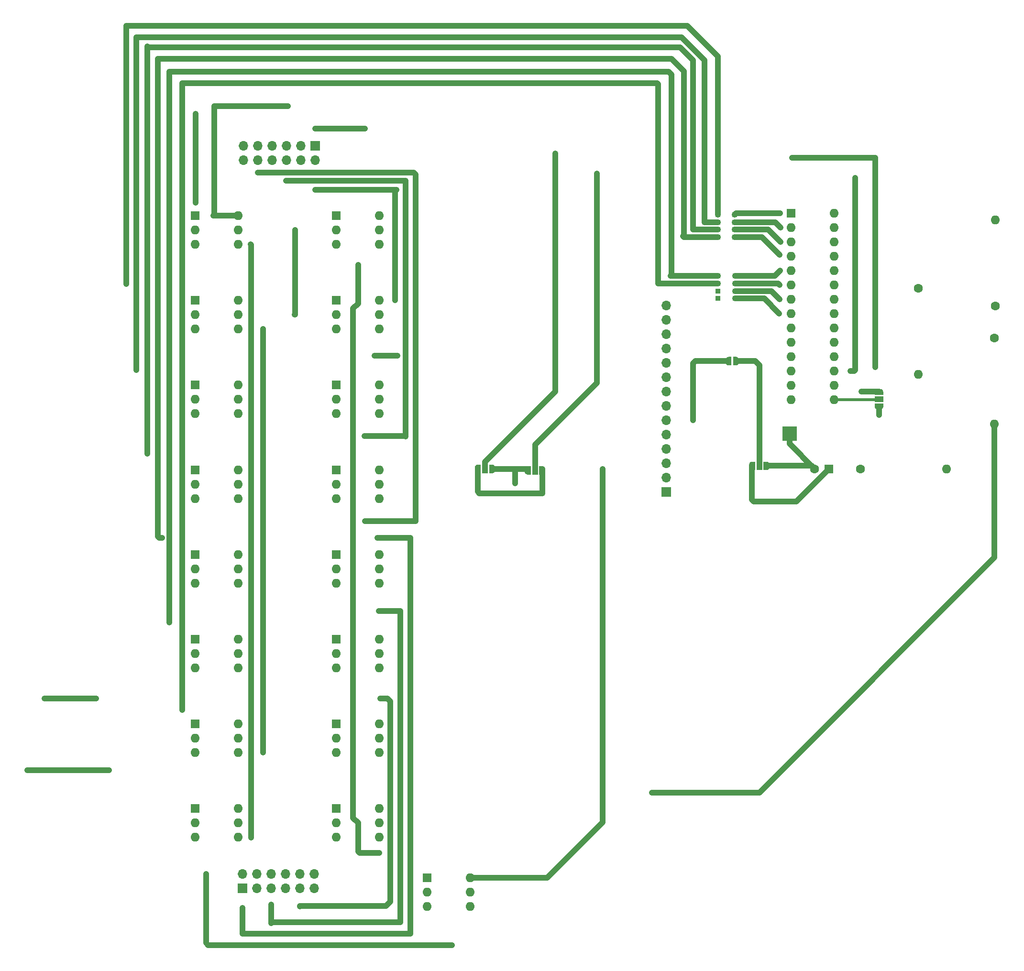
<source format=gbr>
%TF.GenerationSoftware,KiCad,Pcbnew,(5.1.9-0-10_14)*%
%TF.CreationDate,2021-02-25T13:43:07+00:00*%
%TF.ProjectId,Solar_Multiplexer,536f6c61-725f-44d7-956c-7469706c6578,rev?*%
%TF.SameCoordinates,Original*%
%TF.FileFunction,Copper,L1,Top*%
%TF.FilePolarity,Positive*%
%FSLAX46Y46*%
G04 Gerber Fmt 4.6, Leading zero omitted, Abs format (unit mm)*
G04 Created by KiCad (PCBNEW (5.1.9-0-10_14)) date 2021-02-25 13:43:07*
%MOMM*%
%LPD*%
G01*
G04 APERTURE LIST*
%TA.AperFunction,ComponentPad*%
%ADD10O,1.600000X1.600000*%
%TD*%
%TA.AperFunction,ComponentPad*%
%ADD11R,1.600000X1.600000*%
%TD*%
%TA.AperFunction,SMDPad,CuDef*%
%ADD12R,2.500000X2.500000*%
%TD*%
%TA.AperFunction,SMDPad,CuDef*%
%ADD13R,0.900000X0.900000*%
%TD*%
%TA.AperFunction,ComponentPad*%
%ADD14C,1.600000*%
%TD*%
%TA.AperFunction,SMDPad,CuDef*%
%ADD15R,1.000000X1.500000*%
%TD*%
%TA.AperFunction,SMDPad,CuDef*%
%ADD16C,0.200000*%
%TD*%
%TA.AperFunction,SMDPad,CuDef*%
%ADD17R,1.500000X1.000000*%
%TD*%
%TA.AperFunction,ComponentPad*%
%ADD18O,1.700000X1.700000*%
%TD*%
%TA.AperFunction,ComponentPad*%
%ADD19R,1.700000X1.700000*%
%TD*%
%TA.AperFunction,ViaPad*%
%ADD20C,0.800000*%
%TD*%
%TA.AperFunction,Conductor*%
%ADD21C,1.000000*%
%TD*%
%TA.AperFunction,Conductor*%
%ADD22C,0.500000*%
%TD*%
G04 APERTURE END LIST*
D10*
%TO.P,U10,6*%
%TO.N,/VB*%
X-292380000Y-225000000D03*
%TO.P,U10,3*%
%TO.N,Net-(U10-Pad3)*%
X-300000000Y-230080000D03*
%TO.P,U10,5*%
%TO.N,Net-(U10-Pad5)*%
X-292380000Y-227540000D03*
%TO.P,U10,2*%
%TO.N,GND*%
X-300000000Y-227540000D03*
%TO.P,U10,4*%
%TO.N,V-*%
X-292380000Y-230080000D03*
D11*
%TO.P,U10,1*%
%TO.N,/BOT*%
X-300000000Y-225000000D03*
%TD*%
D10*
%TO.P,U22,28*%
%TO.N,Net-(U22-Pad28)*%
X-186870000Y-119550000D03*
%TO.P,U22,14*%
%TO.N,MISO*%
X-194490000Y-152570000D03*
%TO.P,U22,27*%
%TO.N,Net-(U22-Pad27)*%
X-186870000Y-122090000D03*
%TO.P,U22,13*%
%TO.N,MOSI*%
X-194490000Y-150030000D03*
%TO.P,U22,26*%
%TO.N,Net-(U22-Pad26)*%
X-186870000Y-124630000D03*
%TO.P,U22,12*%
%TO.N,SCK*%
X-194490000Y-147490000D03*
%TO.P,U22,25*%
%TO.N,Net-(U22-Pad25)*%
X-186870000Y-127170000D03*
%TO.P,U22,11*%
%TO.N,~CS*%
X-194490000Y-144950000D03*
%TO.P,U22,24*%
%TO.N,Net-(U22-Pad24)*%
X-186870000Y-129710000D03*
%TO.P,U22,10*%
%TO.N,GND*%
X-194490000Y-142410000D03*
%TO.P,U22,23*%
%TO.N,Net-(R4-Pad1)*%
X-186870000Y-132250000D03*
%TO.P,U22,9*%
%TO.N,+5V*%
X-194490000Y-139870000D03*
%TO.P,U22,22*%
%TO.N,Net-(R2-Pad1)*%
X-186870000Y-134790000D03*
%TO.P,U22,8*%
%TO.N,Net-(RN1-Pad5)*%
X-194490000Y-137330000D03*
%TO.P,U22,21*%
%TO.N,Net-(R1-Pad1)*%
X-186870000Y-137330000D03*
%TO.P,U22,7*%
%TO.N,Net-(RN1-Pad6)*%
X-194490000Y-134790000D03*
%TO.P,U22,20*%
%TO.N,Net-(U22-Pad20)*%
X-186870000Y-139870000D03*
%TO.P,U22,6*%
%TO.N,Net-(RN1-Pad7)*%
X-194490000Y-132250000D03*
%TO.P,U22,19*%
%TO.N,Net-(U22-Pad19)*%
X-186870000Y-142410000D03*
%TO.P,U22,5*%
%TO.N,Net-(RN1-Pad8)*%
X-194490000Y-129710000D03*
%TO.P,U22,18*%
%TO.N,Net-(R3-Pad2)*%
X-186870000Y-144950000D03*
%TO.P,U22,4*%
%TO.N,Net-(RN4-Pad1)*%
X-194490000Y-127170000D03*
%TO.P,U22,17*%
%TO.N,A2*%
X-186870000Y-147490000D03*
%TO.P,U22,3*%
%TO.N,Net-(RN4-Pad2)*%
X-194490000Y-124630000D03*
%TO.P,U22,16*%
%TO.N,A1*%
X-186870000Y-150030000D03*
%TO.P,U22,2*%
%TO.N,Net-(RN4-Pad3)*%
X-194490000Y-122090000D03*
%TO.P,U22,15*%
%TO.N,A0*%
X-186870000Y-152570000D03*
D11*
%TO.P,U22,1*%
%TO.N,Net-(RN4-Pad4)*%
X-194490000Y-119550000D03*
%TD*%
D10*
%TO.P,U21,6*%
%TO.N,V_D*%
X-251290000Y-237300000D03*
%TO.P,U21,3*%
%TO.N,Net-(U21-Pad3)*%
X-258910000Y-242380000D03*
%TO.P,U21,5*%
%TO.N,/RSense*%
X-251290000Y-239840000D03*
%TO.P,U21,2*%
%TO.N,GND*%
X-258910000Y-239840000D03*
%TO.P,U21,4*%
%TO.N,Net-(U21-Pad4)*%
X-251290000Y-242380000D03*
D11*
%TO.P,U21,1*%
%TO.N,/V_D_EN*%
X-258910000Y-237300000D03*
%TD*%
D10*
%TO.P,U20,6*%
%TO.N,/IB*%
X-267380000Y-225000000D03*
%TO.P,U20,3*%
%TO.N,Net-(U20-Pad3)*%
X-275000000Y-230080000D03*
%TO.P,U20,5*%
%TO.N,Net-(U20-Pad5)*%
X-267380000Y-227540000D03*
%TO.P,U20,2*%
%TO.N,GND*%
X-275000000Y-227540000D03*
%TO.P,U20,4*%
%TO.N,I-*%
X-267380000Y-230080000D03*
D11*
%TO.P,U20,1*%
%TO.N,/BOT*%
X-275000000Y-225000000D03*
%TD*%
D10*
%TO.P,U17,6*%
%TO.N,/I6*%
X-267380000Y-210000000D03*
%TO.P,U17,3*%
%TO.N,Net-(U17-Pad3)*%
X-275000000Y-215080000D03*
%TO.P,U17,5*%
%TO.N,Net-(U17-Pad5)*%
X-267380000Y-212540000D03*
%TO.P,U17,2*%
%TO.N,GND*%
X-275000000Y-212540000D03*
%TO.P,U17,4*%
%TO.N,I+*%
X-267380000Y-215080000D03*
D11*
%TO.P,U17,1*%
%TO.N,/P6*%
X-275000000Y-210000000D03*
%TD*%
D10*
%TO.P,U16,6*%
%TO.N,/I5*%
X-267380000Y-195000000D03*
%TO.P,U16,3*%
%TO.N,Net-(U16-Pad3)*%
X-275000000Y-200080000D03*
%TO.P,U16,5*%
%TO.N,Net-(U16-Pad5)*%
X-267380000Y-197540000D03*
%TO.P,U16,2*%
%TO.N,GND*%
X-275000000Y-197540000D03*
%TO.P,U16,4*%
%TO.N,I+*%
X-267380000Y-200080000D03*
D11*
%TO.P,U16,1*%
%TO.N,/P5*%
X-275000000Y-195000000D03*
%TD*%
D10*
%TO.P,U15,6*%
%TO.N,/I4*%
X-267380000Y-180000000D03*
%TO.P,U15,3*%
%TO.N,Net-(U15-Pad3)*%
X-275000000Y-185080000D03*
%TO.P,U15,5*%
%TO.N,Net-(U15-Pad5)*%
X-267380000Y-182540000D03*
%TO.P,U15,2*%
%TO.N,GND*%
X-275000000Y-182540000D03*
%TO.P,U15,4*%
%TO.N,I+*%
X-267380000Y-185080000D03*
D11*
%TO.P,U15,1*%
%TO.N,/P4*%
X-275000000Y-180000000D03*
%TD*%
D10*
%TO.P,U14,6*%
%TO.N,/I3*%
X-267380000Y-165000000D03*
%TO.P,U14,3*%
%TO.N,Net-(U14-Pad3)*%
X-275000000Y-170080000D03*
%TO.P,U14,5*%
%TO.N,Net-(U14-Pad5)*%
X-267380000Y-167540000D03*
%TO.P,U14,2*%
%TO.N,GND*%
X-275000000Y-167540000D03*
%TO.P,U14,4*%
%TO.N,I+*%
X-267380000Y-170080000D03*
D11*
%TO.P,U14,1*%
%TO.N,/P3*%
X-275000000Y-165000000D03*
%TD*%
D10*
%TO.P,U13,6*%
%TO.N,/I2*%
X-267380000Y-150000000D03*
%TO.P,U13,3*%
%TO.N,Net-(U13-Pad3)*%
X-275000000Y-155080000D03*
%TO.P,U13,5*%
%TO.N,Net-(U13-Pad5)*%
X-267380000Y-152540000D03*
%TO.P,U13,2*%
%TO.N,GND*%
X-275000000Y-152540000D03*
%TO.P,U13,4*%
%TO.N,I+*%
X-267380000Y-155080000D03*
D11*
%TO.P,U13,1*%
%TO.N,/P2*%
X-275000000Y-150000000D03*
%TD*%
D10*
%TO.P,U12,6*%
%TO.N,/I1*%
X-267380000Y-135000000D03*
%TO.P,U12,3*%
%TO.N,Net-(U12-Pad3)*%
X-275000000Y-140080000D03*
%TO.P,U12,5*%
%TO.N,Net-(U12-Pad5)*%
X-267380000Y-137540000D03*
%TO.P,U12,2*%
%TO.N,GND*%
X-275000000Y-137540000D03*
%TO.P,U12,4*%
%TO.N,I+*%
X-267380000Y-140080000D03*
D11*
%TO.P,U12,1*%
%TO.N,/P1*%
X-275000000Y-135000000D03*
%TD*%
D10*
%TO.P,U11,6*%
%TO.N,/IT*%
X-267380000Y-120000000D03*
%TO.P,U11,3*%
%TO.N,Net-(U11-Pad3)*%
X-275000000Y-125080000D03*
%TO.P,U11,5*%
%TO.N,Net-(U11-Pad5)*%
X-267380000Y-122540000D03*
%TO.P,U11,2*%
%TO.N,GND*%
X-275000000Y-122540000D03*
%TO.P,U11,4*%
%TO.N,I-*%
X-267380000Y-125080000D03*
D11*
%TO.P,U11,1*%
%TO.N,/TOP*%
X-275000000Y-120000000D03*
%TD*%
D10*
%TO.P,U7,6*%
%TO.N,/V6*%
X-292380000Y-210000000D03*
%TO.P,U7,3*%
%TO.N,Net-(U7-Pad3)*%
X-300000000Y-215080000D03*
%TO.P,U7,5*%
%TO.N,Net-(U7-Pad5)*%
X-292380000Y-212540000D03*
%TO.P,U7,2*%
%TO.N,GND*%
X-300000000Y-212540000D03*
%TO.P,U7,4*%
%TO.N,V+*%
X-292380000Y-215080000D03*
D11*
%TO.P,U7,1*%
%TO.N,/P6*%
X-300000000Y-210000000D03*
%TD*%
D10*
%TO.P,U6,6*%
%TO.N,/V5*%
X-292380000Y-195000000D03*
%TO.P,U6,3*%
%TO.N,Net-(U6-Pad3)*%
X-300000000Y-200080000D03*
%TO.P,U6,5*%
%TO.N,Net-(U6-Pad5)*%
X-292380000Y-197540000D03*
%TO.P,U6,2*%
%TO.N,GND*%
X-300000000Y-197540000D03*
%TO.P,U6,4*%
%TO.N,V+*%
X-292380000Y-200080000D03*
D11*
%TO.P,U6,1*%
%TO.N,/P5*%
X-300000000Y-195000000D03*
%TD*%
D10*
%TO.P,U5,6*%
%TO.N,/V4*%
X-292380000Y-180000000D03*
%TO.P,U5,3*%
%TO.N,Net-(U5-Pad3)*%
X-300000000Y-185080000D03*
%TO.P,U5,5*%
%TO.N,Net-(U5-Pad5)*%
X-292380000Y-182540000D03*
%TO.P,U5,2*%
%TO.N,GND*%
X-300000000Y-182540000D03*
%TO.P,U5,4*%
%TO.N,V+*%
X-292380000Y-185080000D03*
D11*
%TO.P,U5,1*%
%TO.N,/P4*%
X-300000000Y-180000000D03*
%TD*%
D10*
%TO.P,U4,6*%
%TO.N,/V3*%
X-292380000Y-165000000D03*
%TO.P,U4,3*%
%TO.N,Net-(U4-Pad3)*%
X-300000000Y-170080000D03*
%TO.P,U4,5*%
%TO.N,Net-(U4-Pad5)*%
X-292380000Y-167540000D03*
%TO.P,U4,2*%
%TO.N,GND*%
X-300000000Y-167540000D03*
%TO.P,U4,4*%
%TO.N,V+*%
X-292380000Y-170080000D03*
D11*
%TO.P,U4,1*%
%TO.N,/P3*%
X-300000000Y-165000000D03*
%TD*%
D10*
%TO.P,U3,6*%
%TO.N,/V2*%
X-292380000Y-150000000D03*
%TO.P,U3,3*%
%TO.N,Net-(U3-Pad3)*%
X-300000000Y-155080000D03*
%TO.P,U3,5*%
%TO.N,Net-(U3-Pad5)*%
X-292380000Y-152540000D03*
%TO.P,U3,2*%
%TO.N,GND*%
X-300000000Y-152540000D03*
%TO.P,U3,4*%
%TO.N,V+*%
X-292380000Y-155080000D03*
D11*
%TO.P,U3,1*%
%TO.N,/P2*%
X-300000000Y-150000000D03*
%TD*%
D10*
%TO.P,U2,6*%
%TO.N,/V1*%
X-292380000Y-135000000D03*
%TO.P,U2,3*%
%TO.N,Net-(U2-Pad3)*%
X-300000000Y-140080000D03*
%TO.P,U2,5*%
%TO.N,Net-(U2-Pad5)*%
X-292380000Y-137540000D03*
%TO.P,U2,2*%
%TO.N,GND*%
X-300000000Y-137540000D03*
%TO.P,U2,4*%
%TO.N,V+*%
X-292380000Y-140080000D03*
D11*
%TO.P,U2,1*%
%TO.N,/P1*%
X-300000000Y-135000000D03*
%TD*%
D10*
%TO.P,U1,6*%
%TO.N,/VT*%
X-292380000Y-120000000D03*
%TO.P,U1,3*%
%TO.N,Net-(U1-Pad3)*%
X-300000000Y-125080000D03*
%TO.P,U1,5*%
%TO.N,Net-(U1-Pad5)*%
X-292380000Y-122540000D03*
%TO.P,U1,2*%
%TO.N,GND*%
X-300000000Y-122540000D03*
%TO.P,U1,4*%
%TO.N,V-*%
X-292380000Y-125080000D03*
D11*
%TO.P,U1,1*%
%TO.N,/TOP*%
X-300000000Y-120000000D03*
%TD*%
D12*
%TO.P,TP1,1*%
%TO.N,GND*%
X-194740000Y-158580000D03*
%TD*%
D13*
%TO.P,RN4,6*%
%TO.N,/P2*%
X-207450000Y-121140000D03*
%TO.P,RN4,5*%
%TO.N,/P1*%
X-207450000Y-119800000D03*
%TO.P,RN4,8*%
%TO.N,/P4*%
X-207450000Y-123800000D03*
%TO.P,RN4,7*%
%TO.N,/P3*%
X-207450000Y-122460000D03*
%TO.P,RN4,3*%
%TO.N,Net-(RN4-Pad3)*%
X-204450000Y-121140000D03*
%TO.P,RN4,2*%
%TO.N,Net-(RN4-Pad2)*%
X-204450000Y-122460000D03*
%TO.P,RN4,4*%
%TO.N,Net-(RN4-Pad4)*%
X-204450000Y-119800000D03*
%TO.P,RN4,1*%
%TO.N,Net-(RN4-Pad1)*%
X-204450000Y-123800000D03*
%TD*%
%TO.P,RN1,6*%
%TO.N,Net-(RN1-Pad6)*%
X-204410000Y-133340000D03*
%TO.P,RN1,5*%
%TO.N,Net-(RN1-Pad5)*%
X-204410000Y-134680000D03*
%TO.P,RN1,8*%
%TO.N,Net-(RN1-Pad8)*%
X-204410000Y-130680000D03*
%TO.P,RN1,7*%
%TO.N,Net-(RN1-Pad7)*%
X-204410000Y-132020000D03*
%TO.P,RN1,3*%
%TO.N,Net-(RN1-Pad3)*%
X-207410000Y-133340000D03*
%TO.P,RN1,2*%
%TO.N,/P6*%
X-207410000Y-132020000D03*
%TO.P,RN1,4*%
%TO.N,Net-(RN1-Pad4)*%
X-207410000Y-134680000D03*
%TO.P,RN1,1*%
%TO.N,/P5*%
X-207410000Y-130680000D03*
%TD*%
D10*
%TO.P,R4,2*%
%TO.N,/V_D_EN*%
X-171958000Y-148082000D03*
D14*
%TO.P,R4,1*%
%TO.N,Net-(R4-Pad1)*%
X-171958000Y-132842000D03*
%TD*%
D10*
%TO.P,R3,2*%
%TO.N,Net-(R3-Pad2)*%
X-166980000Y-164890000D03*
D14*
%TO.P,R3,1*%
%TO.N,+5V*%
X-182220000Y-164890000D03*
%TD*%
D10*
%TO.P,R2,2*%
%TO.N,/BOT*%
X-158460000Y-156870000D03*
D14*
%TO.P,R2,1*%
%TO.N,Net-(R2-Pad1)*%
X-158460000Y-141630000D03*
%TD*%
D10*
%TO.P,R1,2*%
%TO.N,/TOP*%
X-158320000Y-120730000D03*
D14*
%TO.P,R1,1*%
%TO.N,Net-(R1-Pad1)*%
X-158320000Y-135970000D03*
%TD*%
D15*
%TO.P,JP5,2*%
%TO.N,~CS*%
X-200090000Y-164310000D03*
%TA.AperFunction,SMDPad,CuDef*%
D16*
%TO.P,JP5,3*%
%TO.N,GND*%
G36*
X-198790000Y-163560602D02*
G01*
X-198765466Y-163560602D01*
X-198716635Y-163565412D01*
X-198668510Y-163574984D01*
X-198621555Y-163589228D01*
X-198576222Y-163608005D01*
X-198532949Y-163631136D01*
X-198492150Y-163658396D01*
X-198454221Y-163689524D01*
X-198419524Y-163724221D01*
X-198388396Y-163762150D01*
X-198361136Y-163802949D01*
X-198338005Y-163846222D01*
X-198319228Y-163891555D01*
X-198304984Y-163938510D01*
X-198295412Y-163986635D01*
X-198290602Y-164035466D01*
X-198290602Y-164060000D01*
X-198290000Y-164060000D01*
X-198290000Y-164560000D01*
X-198290602Y-164560000D01*
X-198290602Y-164584534D01*
X-198295412Y-164633365D01*
X-198304984Y-164681490D01*
X-198319228Y-164728445D01*
X-198338005Y-164773778D01*
X-198361136Y-164817051D01*
X-198388396Y-164857850D01*
X-198419524Y-164895779D01*
X-198454221Y-164930476D01*
X-198492150Y-164961604D01*
X-198532949Y-164988864D01*
X-198576222Y-165011995D01*
X-198621555Y-165030772D01*
X-198668510Y-165045016D01*
X-198716635Y-165054588D01*
X-198765466Y-165059398D01*
X-198790000Y-165059398D01*
X-198790000Y-165060000D01*
X-199340000Y-165060000D01*
X-199340000Y-163560000D01*
X-198790000Y-163560000D01*
X-198790000Y-163560602D01*
G37*
%TD.AperFunction*%
%TA.AperFunction,SMDPad,CuDef*%
%TO.P,JP5,1*%
%TO.N,+5V*%
G36*
X-200840000Y-165060000D02*
G01*
X-201390000Y-165060000D01*
X-201390000Y-165059398D01*
X-201414534Y-165059398D01*
X-201463365Y-165054588D01*
X-201511490Y-165045016D01*
X-201558445Y-165030772D01*
X-201603778Y-165011995D01*
X-201647051Y-164988864D01*
X-201687850Y-164961604D01*
X-201725779Y-164930476D01*
X-201760476Y-164895779D01*
X-201791604Y-164857850D01*
X-201818864Y-164817051D01*
X-201841995Y-164773778D01*
X-201860772Y-164728445D01*
X-201875016Y-164681490D01*
X-201884588Y-164633365D01*
X-201889398Y-164584534D01*
X-201889398Y-164560000D01*
X-201890000Y-164560000D01*
X-201890000Y-164060000D01*
X-201889398Y-164060000D01*
X-201889398Y-164035466D01*
X-201884588Y-163986635D01*
X-201875016Y-163938510D01*
X-201860772Y-163891555D01*
X-201841995Y-163846222D01*
X-201818864Y-163802949D01*
X-201791604Y-163762150D01*
X-201760476Y-163724221D01*
X-201725779Y-163689524D01*
X-201687850Y-163658396D01*
X-201647051Y-163631136D01*
X-201603778Y-163608005D01*
X-201558445Y-163589228D01*
X-201511490Y-163574984D01*
X-201463365Y-163565412D01*
X-201414534Y-163560602D01*
X-201390000Y-163560602D01*
X-201390000Y-163560000D01*
X-200840000Y-163560000D01*
X-200840000Y-165060000D01*
G37*
%TD.AperFunction*%
%TD*%
D15*
%TO.P,JP4,2*%
%TO.N,A2*%
X-248666000Y-164846000D03*
%TA.AperFunction,SMDPad,CuDef*%
D16*
%TO.P,JP4,3*%
%TO.N,GND*%
G36*
X-249966000Y-165595398D02*
G01*
X-249990534Y-165595398D01*
X-250039365Y-165590588D01*
X-250087490Y-165581016D01*
X-250134445Y-165566772D01*
X-250179778Y-165547995D01*
X-250223051Y-165524864D01*
X-250263850Y-165497604D01*
X-250301779Y-165466476D01*
X-250336476Y-165431779D01*
X-250367604Y-165393850D01*
X-250394864Y-165353051D01*
X-250417995Y-165309778D01*
X-250436772Y-165264445D01*
X-250451016Y-165217490D01*
X-250460588Y-165169365D01*
X-250465398Y-165120534D01*
X-250465398Y-165096000D01*
X-250466000Y-165096000D01*
X-250466000Y-164596000D01*
X-250465398Y-164596000D01*
X-250465398Y-164571466D01*
X-250460588Y-164522635D01*
X-250451016Y-164474510D01*
X-250436772Y-164427555D01*
X-250417995Y-164382222D01*
X-250394864Y-164338949D01*
X-250367604Y-164298150D01*
X-250336476Y-164260221D01*
X-250301779Y-164225524D01*
X-250263850Y-164194396D01*
X-250223051Y-164167136D01*
X-250179778Y-164144005D01*
X-250134445Y-164125228D01*
X-250087490Y-164110984D01*
X-250039365Y-164101412D01*
X-249990534Y-164096602D01*
X-249966000Y-164096602D01*
X-249966000Y-164096000D01*
X-249416000Y-164096000D01*
X-249416000Y-165596000D01*
X-249966000Y-165596000D01*
X-249966000Y-165595398D01*
G37*
%TD.AperFunction*%
%TA.AperFunction,SMDPad,CuDef*%
%TO.P,JP4,1*%
%TO.N,+5V*%
G36*
X-247916000Y-164096000D02*
G01*
X-247366000Y-164096000D01*
X-247366000Y-164096602D01*
X-247341466Y-164096602D01*
X-247292635Y-164101412D01*
X-247244510Y-164110984D01*
X-247197555Y-164125228D01*
X-247152222Y-164144005D01*
X-247108949Y-164167136D01*
X-247068150Y-164194396D01*
X-247030221Y-164225524D01*
X-246995524Y-164260221D01*
X-246964396Y-164298150D01*
X-246937136Y-164338949D01*
X-246914005Y-164382222D01*
X-246895228Y-164427555D01*
X-246880984Y-164474510D01*
X-246871412Y-164522635D01*
X-246866602Y-164571466D01*
X-246866602Y-164596000D01*
X-246866000Y-164596000D01*
X-246866000Y-165096000D01*
X-246866602Y-165096000D01*
X-246866602Y-165120534D01*
X-246871412Y-165169365D01*
X-246880984Y-165217490D01*
X-246895228Y-165264445D01*
X-246914005Y-165309778D01*
X-246937136Y-165353051D01*
X-246964396Y-165393850D01*
X-246995524Y-165431779D01*
X-247030221Y-165466476D01*
X-247068150Y-165497604D01*
X-247108949Y-165524864D01*
X-247152222Y-165547995D01*
X-247197555Y-165566772D01*
X-247244510Y-165581016D01*
X-247292635Y-165590588D01*
X-247341466Y-165595398D01*
X-247366000Y-165595398D01*
X-247366000Y-165596000D01*
X-247916000Y-165596000D01*
X-247916000Y-164096000D01*
G37*
%TD.AperFunction*%
%TD*%
D15*
%TO.P,JP3,2*%
%TO.N,A1*%
X-239806000Y-165100000D03*
%TA.AperFunction,SMDPad,CuDef*%
D16*
%TO.P,JP3,3*%
%TO.N,GND*%
G36*
X-238506000Y-164350602D02*
G01*
X-238481466Y-164350602D01*
X-238432635Y-164355412D01*
X-238384510Y-164364984D01*
X-238337555Y-164379228D01*
X-238292222Y-164398005D01*
X-238248949Y-164421136D01*
X-238208150Y-164448396D01*
X-238170221Y-164479524D01*
X-238135524Y-164514221D01*
X-238104396Y-164552150D01*
X-238077136Y-164592949D01*
X-238054005Y-164636222D01*
X-238035228Y-164681555D01*
X-238020984Y-164728510D01*
X-238011412Y-164776635D01*
X-238006602Y-164825466D01*
X-238006602Y-164850000D01*
X-238006000Y-164850000D01*
X-238006000Y-165350000D01*
X-238006602Y-165350000D01*
X-238006602Y-165374534D01*
X-238011412Y-165423365D01*
X-238020984Y-165471490D01*
X-238035228Y-165518445D01*
X-238054005Y-165563778D01*
X-238077136Y-165607051D01*
X-238104396Y-165647850D01*
X-238135524Y-165685779D01*
X-238170221Y-165720476D01*
X-238208150Y-165751604D01*
X-238248949Y-165778864D01*
X-238292222Y-165801995D01*
X-238337555Y-165820772D01*
X-238384510Y-165835016D01*
X-238432635Y-165844588D01*
X-238481466Y-165849398D01*
X-238506000Y-165849398D01*
X-238506000Y-165850000D01*
X-239056000Y-165850000D01*
X-239056000Y-164350000D01*
X-238506000Y-164350000D01*
X-238506000Y-164350602D01*
G37*
%TD.AperFunction*%
%TA.AperFunction,SMDPad,CuDef*%
%TO.P,JP3,1*%
%TO.N,+5V*%
G36*
X-240556000Y-165850000D02*
G01*
X-241106000Y-165850000D01*
X-241106000Y-165849398D01*
X-241130534Y-165849398D01*
X-241179365Y-165844588D01*
X-241227490Y-165835016D01*
X-241274445Y-165820772D01*
X-241319778Y-165801995D01*
X-241363051Y-165778864D01*
X-241403850Y-165751604D01*
X-241441779Y-165720476D01*
X-241476476Y-165685779D01*
X-241507604Y-165647850D01*
X-241534864Y-165607051D01*
X-241557995Y-165563778D01*
X-241576772Y-165518445D01*
X-241591016Y-165471490D01*
X-241600588Y-165423365D01*
X-241605398Y-165374534D01*
X-241605398Y-165350000D01*
X-241606000Y-165350000D01*
X-241606000Y-164850000D01*
X-241605398Y-164850000D01*
X-241605398Y-164825466D01*
X-241600588Y-164776635D01*
X-241591016Y-164728510D01*
X-241576772Y-164681555D01*
X-241557995Y-164636222D01*
X-241534864Y-164592949D01*
X-241507604Y-164552150D01*
X-241476476Y-164514221D01*
X-241441779Y-164479524D01*
X-241403850Y-164448396D01*
X-241363051Y-164421136D01*
X-241319778Y-164398005D01*
X-241274445Y-164379228D01*
X-241227490Y-164364984D01*
X-241179365Y-164355412D01*
X-241130534Y-164350602D01*
X-241106000Y-164350602D01*
X-241106000Y-164350000D01*
X-240556000Y-164350000D01*
X-240556000Y-165850000D01*
G37*
%TD.AperFunction*%
%TD*%
D17*
%TO.P,JP2,2*%
%TO.N,A0*%
X-178910000Y-152490000D03*
%TA.AperFunction,SMDPad,CuDef*%
D16*
%TO.P,JP2,3*%
%TO.N,GND*%
G36*
X-178160602Y-153790000D02*
G01*
X-178160602Y-153814534D01*
X-178165412Y-153863365D01*
X-178174984Y-153911490D01*
X-178189228Y-153958445D01*
X-178208005Y-154003778D01*
X-178231136Y-154047051D01*
X-178258396Y-154087850D01*
X-178289524Y-154125779D01*
X-178324221Y-154160476D01*
X-178362150Y-154191604D01*
X-178402949Y-154218864D01*
X-178446222Y-154241995D01*
X-178491555Y-154260772D01*
X-178538510Y-154275016D01*
X-178586635Y-154284588D01*
X-178635466Y-154289398D01*
X-178660000Y-154289398D01*
X-178660000Y-154290000D01*
X-179160000Y-154290000D01*
X-179160000Y-154289398D01*
X-179184534Y-154289398D01*
X-179233365Y-154284588D01*
X-179281490Y-154275016D01*
X-179328445Y-154260772D01*
X-179373778Y-154241995D01*
X-179417051Y-154218864D01*
X-179457850Y-154191604D01*
X-179495779Y-154160476D01*
X-179530476Y-154125779D01*
X-179561604Y-154087850D01*
X-179588864Y-154047051D01*
X-179611995Y-154003778D01*
X-179630772Y-153958445D01*
X-179645016Y-153911490D01*
X-179654588Y-153863365D01*
X-179659398Y-153814534D01*
X-179659398Y-153790000D01*
X-179660000Y-153790000D01*
X-179660000Y-153240000D01*
X-178160000Y-153240000D01*
X-178160000Y-153790000D01*
X-178160602Y-153790000D01*
G37*
%TD.AperFunction*%
%TA.AperFunction,SMDPad,CuDef*%
%TO.P,JP2,1*%
%TO.N,+5V*%
G36*
X-179660000Y-151740000D02*
G01*
X-179660000Y-151190000D01*
X-179659398Y-151190000D01*
X-179659398Y-151165466D01*
X-179654588Y-151116635D01*
X-179645016Y-151068510D01*
X-179630772Y-151021555D01*
X-179611995Y-150976222D01*
X-179588864Y-150932949D01*
X-179561604Y-150892150D01*
X-179530476Y-150854221D01*
X-179495779Y-150819524D01*
X-179457850Y-150788396D01*
X-179417051Y-150761136D01*
X-179373778Y-150738005D01*
X-179328445Y-150719228D01*
X-179281490Y-150704984D01*
X-179233365Y-150695412D01*
X-179184534Y-150690602D01*
X-179160000Y-150690602D01*
X-179160000Y-150690000D01*
X-178660000Y-150690000D01*
X-178660000Y-150690602D01*
X-178635466Y-150690602D01*
X-178586635Y-150695412D01*
X-178538510Y-150704984D01*
X-178491555Y-150719228D01*
X-178446222Y-150738005D01*
X-178402949Y-150761136D01*
X-178362150Y-150788396D01*
X-178324221Y-150819524D01*
X-178289524Y-150854221D01*
X-178258396Y-150892150D01*
X-178231136Y-150932949D01*
X-178208005Y-150976222D01*
X-178189228Y-151021555D01*
X-178174984Y-151068510D01*
X-178165412Y-151116635D01*
X-178160602Y-151165466D01*
X-178160602Y-151190000D01*
X-178160000Y-151190000D01*
X-178160000Y-151740000D01*
X-179660000Y-151740000D01*
G37*
%TD.AperFunction*%
%TD*%
%TA.AperFunction,SMDPad,CuDef*%
%TO.P,JP1,2*%
%TO.N,Net-(J1-Pad6)*%
G36*
X-205530000Y-146509398D02*
G01*
X-205554534Y-146509398D01*
X-205603365Y-146504588D01*
X-205651490Y-146495016D01*
X-205698445Y-146480772D01*
X-205743778Y-146461995D01*
X-205787051Y-146438864D01*
X-205827850Y-146411604D01*
X-205865779Y-146380476D01*
X-205900476Y-146345779D01*
X-205931604Y-146307850D01*
X-205958864Y-146267051D01*
X-205981995Y-146223778D01*
X-206000772Y-146178445D01*
X-206015016Y-146131490D01*
X-206024588Y-146083365D01*
X-206029398Y-146034534D01*
X-206029398Y-146010000D01*
X-206030000Y-146010000D01*
X-206030000Y-145510000D01*
X-206029398Y-145510000D01*
X-206029398Y-145485466D01*
X-206024588Y-145436635D01*
X-206015016Y-145388510D01*
X-206000772Y-145341555D01*
X-205981995Y-145296222D01*
X-205958864Y-145252949D01*
X-205931604Y-145212150D01*
X-205900476Y-145174221D01*
X-205865779Y-145139524D01*
X-205827850Y-145108396D01*
X-205787051Y-145081136D01*
X-205743778Y-145058005D01*
X-205698445Y-145039228D01*
X-205651490Y-145024984D01*
X-205603365Y-145015412D01*
X-205554534Y-145010602D01*
X-205530000Y-145010602D01*
X-205530000Y-145010000D01*
X-205030000Y-145010000D01*
X-205030000Y-146510000D01*
X-205530000Y-146510000D01*
X-205530000Y-146509398D01*
G37*
%TD.AperFunction*%
%TA.AperFunction,SMDPad,CuDef*%
%TO.P,JP1,1*%
%TO.N,~CS*%
G36*
X-204730000Y-145010000D02*
G01*
X-204230000Y-145010000D01*
X-204230000Y-145010602D01*
X-204205466Y-145010602D01*
X-204156635Y-145015412D01*
X-204108510Y-145024984D01*
X-204061555Y-145039228D01*
X-204016222Y-145058005D01*
X-203972949Y-145081136D01*
X-203932150Y-145108396D01*
X-203894221Y-145139524D01*
X-203859524Y-145174221D01*
X-203828396Y-145212150D01*
X-203801136Y-145252949D01*
X-203778005Y-145296222D01*
X-203759228Y-145341555D01*
X-203744984Y-145388510D01*
X-203735412Y-145436635D01*
X-203730602Y-145485466D01*
X-203730602Y-145510000D01*
X-203730000Y-145510000D01*
X-203730000Y-146010000D01*
X-203730602Y-146010000D01*
X-203730602Y-146034534D01*
X-203735412Y-146083365D01*
X-203744984Y-146131490D01*
X-203759228Y-146178445D01*
X-203778005Y-146223778D01*
X-203801136Y-146267051D01*
X-203828396Y-146307850D01*
X-203859524Y-146345779D01*
X-203894221Y-146380476D01*
X-203932150Y-146411604D01*
X-203972949Y-146438864D01*
X-204016222Y-146461995D01*
X-204061555Y-146480772D01*
X-204108510Y-146495016D01*
X-204156635Y-146504588D01*
X-204205466Y-146509398D01*
X-204230000Y-146509398D01*
X-204230000Y-146510000D01*
X-204730000Y-146510000D01*
X-204730000Y-145010000D01*
G37*
%TD.AperFunction*%
%TD*%
D18*
%TO.P,J3,12*%
%TO.N,/V3*%
X-291430000Y-110150000D03*
%TO.P,J3,11*%
%TO.N,Net-(J3-Pad11)*%
X-291430000Y-107610000D03*
%TO.P,J3,10*%
%TO.N,/I3*%
X-288890000Y-110150000D03*
%TO.P,J3,9*%
%TO.N,Net-(J3-Pad9)*%
X-288890000Y-107610000D03*
%TO.P,J3,8*%
%TO.N,/V2*%
X-286350000Y-110150000D03*
%TO.P,J3,7*%
%TO.N,/IT*%
X-286350000Y-107610000D03*
%TO.P,J3,6*%
%TO.N,/I2*%
X-283810000Y-110150000D03*
%TO.P,J3,5*%
%TO.N,/VT*%
X-283810000Y-107610000D03*
%TO.P,J3,4*%
%TO.N,/V1*%
X-281270000Y-110150000D03*
%TO.P,J3,3*%
%TO.N,GND*%
X-281270000Y-107610000D03*
%TO.P,J3,2*%
%TO.N,/I1*%
X-278730000Y-110150000D03*
D19*
%TO.P,J3,1*%
%TO.N,GND*%
X-278730000Y-107610000D03*
%TD*%
D18*
%TO.P,J2,12*%
%TO.N,Net-(J2-Pad12)*%
X-278870000Y-236580000D03*
%TO.P,J2,11*%
%TO.N,/V6*%
X-278870000Y-239120000D03*
%TO.P,J2,10*%
%TO.N,Net-(J2-Pad10)*%
X-281410000Y-236580000D03*
%TO.P,J2,9*%
%TO.N,/I6*%
X-281410000Y-239120000D03*
%TO.P,J2,8*%
%TO.N,/IB*%
X-283950000Y-236580000D03*
%TO.P,J2,7*%
%TO.N,/V5*%
X-283950000Y-239120000D03*
%TO.P,J2,6*%
%TO.N,/VB*%
X-286490000Y-236580000D03*
%TO.P,J2,5*%
%TO.N,/I5*%
X-286490000Y-239120000D03*
%TO.P,J2,4*%
%TO.N,Net-(J2-Pad4)*%
X-289030000Y-236580000D03*
%TO.P,J2,3*%
%TO.N,/V4*%
X-289030000Y-239120000D03*
%TO.P,J2,2*%
%TO.N,/RSense*%
X-291570000Y-236580000D03*
D19*
%TO.P,J2,1*%
%TO.N,/I4*%
X-291570000Y-239120000D03*
%TD*%
D18*
%TO.P,J1,14*%
%TO.N,I-*%
X-216610000Y-135930000D03*
%TO.P,J1,13*%
%TO.N,V-*%
X-216610000Y-138470000D03*
%TO.P,J1,12*%
%TO.N,V+*%
X-216610000Y-141010000D03*
%TO.P,J1,11*%
%TO.N,I+*%
X-216610000Y-143550000D03*
%TO.P,J1,10*%
%TO.N,GND*%
X-216610000Y-146090000D03*
%TO.P,J1,9*%
%TO.N,SCK*%
X-216610000Y-148630000D03*
%TO.P,J1,8*%
%TO.N,MOSI*%
X-216610000Y-151170000D03*
%TO.P,J1,7*%
%TO.N,MISO*%
X-216610000Y-153710000D03*
%TO.P,J1,6*%
%TO.N,Net-(J1-Pad6)*%
X-216610000Y-156250000D03*
%TO.P,J1,5*%
%TO.N,SCL*%
X-216610000Y-158790000D03*
%TO.P,J1,4*%
%TO.N,SDA*%
X-216610000Y-161330000D03*
%TO.P,J1,3*%
%TO.N,V_D*%
X-216610000Y-163870000D03*
%TO.P,J1,2*%
%TO.N,+3V3*%
X-216610000Y-166410000D03*
D19*
%TO.P,J1,1*%
%TO.N,+5V*%
X-216610000Y-168950000D03*
%TD*%
D14*
%TO.P,C1,2*%
%TO.N,GND*%
X-190300000Y-164850000D03*
D11*
%TO.P,C1,1*%
%TO.N,+5V*%
X-187800000Y-164850000D03*
%TD*%
D20*
%TO.N,I-*%
X-271100000Y-128696000D03*
X-267380000Y-232836000D03*
%TO.N,V-*%
X-290068000Y-230124000D03*
X-290180000Y-125080000D03*
%TO.N,V+*%
X-288036000Y-200152000D03*
X-288036000Y-185166000D03*
X-288036000Y-170180000D03*
X-288002000Y-155160000D03*
X-287970000Y-140080000D03*
X-287970000Y-215072000D03*
X-268224000Y-144780000D03*
X-264160000Y-144780000D03*
%TO.N,GND*%
X-278730000Y-104556000D03*
X-269910000Y-104556000D03*
X-249174000Y-169164000D03*
X-178910000Y-155288000D03*
X-282306000Y-122540000D03*
X-282320000Y-137540000D03*
%TO.N,Net-(J1-Pad6)*%
X-211810000Y-156250000D03*
%TO.N,V_D*%
X-227838000Y-164846000D03*
%TO.N,+5V*%
X-182058000Y-151190000D03*
X-243332000Y-167386000D03*
%TO.N,~CS*%
X-200840000Y-145760000D03*
%TO.N,A1*%
X-179578000Y-146812000D03*
X-228854000Y-112522000D03*
X-194310000Y-109728000D03*
%TO.N,A2*%
X-236220000Y-108966000D03*
X-183980000Y-147490000D03*
X-183134000Y-113538000D03*
%TO.N,Net-(RN1-Pad6)*%
X-196500000Y-134790000D03*
%TO.N,Net-(RN1-Pad5)*%
X-196550000Y-137330000D03*
%TO.N,Net-(RN1-Pad8)*%
X-196420000Y-129710000D03*
%TO.N,Net-(RN1-Pad7)*%
X-196520000Y-132250000D03*
%TO.N,/P6*%
X-302228000Y-207550000D03*
%TO.N,/P5*%
X-304546000Y-192024000D03*
%TO.N,/P2*%
X-310388000Y-147320000D03*
%TO.N,/P1*%
X-312166000Y-132080000D03*
%TO.N,/P4*%
X-305829000Y-177051000D03*
%TO.N,/P3*%
X-308474000Y-162170000D03*
%TO.N,Net-(RN4-Pad3)*%
X-196340000Y-122090000D03*
%TO.N,Net-(RN4-Pad2)*%
X-196370000Y-124630000D03*
%TO.N,Net-(RN4-Pad4)*%
X-196410000Y-119550000D03*
%TO.N,Net-(RN4-Pad1)*%
X-196540000Y-126920000D03*
%TO.N,/VT*%
X-283610000Y-100620000D03*
%TO.N,/TOP*%
X-299900000Y-117690000D03*
X-299900000Y-101928000D03*
%TO.N,/V5*%
X-326644000Y-205486000D03*
X-317500000Y-205486000D03*
%TO.N,/V6*%
X-315214000Y-218186000D03*
X-329692000Y-218186000D03*
%TO.N,/BOT*%
X-219112000Y-222160000D03*
%TO.N,/I1*%
X-278730000Y-115440000D03*
X-264540000Y-135000000D03*
%TO.N,/I2*%
X-270002000Y-159004000D03*
X-283910000Y-113820000D03*
%TO.N,/I3*%
X-288890000Y-112410000D03*
X-269870000Y-174140000D03*
%TO.N,/I4*%
X-291592000Y-242570000D03*
X-267716000Y-177038000D03*
%TO.N,/I5*%
X-286490000Y-242040000D03*
X-267462000Y-189992000D03*
%TO.N,/I6*%
X-281410000Y-242294000D03*
X-267208000Y-205486000D03*
%TO.N,/RSense*%
X-298048000Y-236580000D03*
X-254508000Y-249174000D03*
%TD*%
D21*
%TO.N,I-*%
X-267380000Y-232836000D02*
X-270846000Y-232836000D01*
X-271100000Y-232582000D02*
X-271100000Y-229952000D01*
X-270846000Y-232836000D02*
X-271100000Y-232582000D01*
X-271100000Y-229952000D02*
X-271100000Y-230296000D01*
X-271100000Y-128696000D02*
X-271100000Y-135540000D01*
X-271100000Y-135540000D02*
X-272000000Y-136440000D01*
X-272000000Y-136440000D02*
X-272000000Y-226650000D01*
X-271100000Y-227550000D02*
X-271100000Y-229952000D01*
X-272000000Y-226650000D02*
X-271100000Y-227550000D01*
%TO.N,V-*%
X-290068000Y-125192000D02*
X-290180000Y-125080000D01*
X-290068000Y-230124000D02*
X-290068000Y-125192000D01*
%TO.N,V+*%
X-287970000Y-140080000D02*
X-287970000Y-215072000D01*
X-287970000Y-215072000D02*
X-287970000Y-215072000D01*
X-267716000Y-144780000D02*
X-268224000Y-144780000D01*
X-267716000Y-144780000D02*
X-264160000Y-144780000D01*
%TO.N,GND*%
X-190840000Y-164310000D02*
X-190300000Y-164850000D01*
X-198790000Y-164310000D02*
X-190840000Y-164310000D01*
X-194740000Y-160410000D02*
X-190300000Y-164850000D01*
X-194740000Y-158580000D02*
X-194740000Y-160410000D01*
X-278730000Y-104556000D02*
X-269910000Y-104556000D01*
X-269910000Y-104556000D02*
X-269910000Y-104556000D01*
X-238506000Y-169164000D02*
X-238506000Y-165100000D01*
X-249682000Y-169164000D02*
X-249174000Y-169164000D01*
X-249966000Y-168880000D02*
X-249682000Y-169164000D01*
X-249966000Y-164846000D02*
X-249966000Y-168880000D01*
X-249174000Y-169164000D02*
X-238506000Y-169164000D01*
X-178910000Y-153790000D02*
X-178910000Y-155288000D01*
X-178910000Y-155288000D02*
X-178910000Y-155288000D01*
X-282306000Y-137526000D02*
X-282320000Y-137540000D01*
X-282306000Y-122540000D02*
X-282306000Y-137526000D01*
%TO.N,Net-(J1-Pad6)*%
X-211810000Y-156250000D02*
X-211810000Y-146200000D01*
X-211370000Y-145760000D02*
X-205530000Y-145760000D01*
X-211810000Y-146200000D02*
X-211370000Y-145760000D01*
%TO.N,V_D*%
X-251290000Y-237300000D02*
X-237680000Y-237300000D01*
X-237680000Y-237300000D02*
X-227838000Y-227458000D01*
X-227838000Y-227458000D02*
X-227838000Y-164846000D01*
X-227838000Y-164846000D02*
X-227838000Y-164846000D01*
%TO.N,+5V*%
X-201390000Y-164310000D02*
X-201390000Y-170310000D01*
X-201390000Y-170310000D02*
X-201070000Y-170630000D01*
X-193580000Y-170630000D02*
X-187800000Y-164850000D01*
X-201070000Y-170630000D02*
X-193580000Y-170630000D01*
X-241360000Y-164846000D02*
X-241106000Y-165100000D01*
X-178910000Y-151190000D02*
X-182058000Y-151190000D01*
X-182058000Y-151190000D02*
X-182058000Y-151190000D01*
X-243332000Y-164846000D02*
X-243332000Y-167386000D01*
X-247366000Y-164846000D02*
X-243332000Y-164846000D01*
X-243332000Y-164846000D02*
X-241360000Y-164846000D01*
X-243332000Y-167386000D02*
X-243332000Y-167386000D01*
%TO.N,~CS*%
X-204230000Y-145760000D02*
X-200840000Y-145760000D01*
X-200840000Y-145760000D02*
X-200840000Y-145760000D01*
X-200090000Y-146510000D02*
X-200840000Y-145760000D01*
X-200090000Y-164310000D02*
X-200090000Y-146510000D01*
D22*
%TO.N,A0*%
X-178990000Y-152570000D02*
X-178910000Y-152490000D01*
X-186870000Y-152570000D02*
X-178990000Y-152570000D01*
D21*
%TO.N,A1*%
X-239806000Y-165100000D02*
X-239806000Y-160558000D01*
X-239806000Y-160558000D02*
X-228854000Y-149606000D01*
X-228854000Y-149606000D02*
X-228854000Y-112522000D01*
X-179578000Y-146812000D02*
X-179578000Y-109728000D01*
X-179578000Y-109728000D02*
X-194310000Y-109728000D01*
X-228854000Y-112522000D02*
X-228854000Y-112522000D01*
X-194310000Y-109728000D02*
X-194310000Y-109728000D01*
%TO.N,A2*%
X-248666000Y-163596000D02*
X-236220000Y-151150000D01*
X-248666000Y-164846000D02*
X-248666000Y-163596000D01*
X-236220000Y-151150000D02*
X-236220000Y-108966000D01*
X-236220000Y-108966000D02*
X-236220000Y-108966000D01*
X-183980000Y-147490000D02*
X-183304000Y-147490000D01*
X-183304000Y-147490000D02*
X-183134000Y-147320000D01*
X-183134000Y-147320000D02*
X-183134000Y-113538000D01*
X-183134000Y-113538000D02*
X-183134000Y-113284000D01*
%TO.N,Net-(RN1-Pad6)*%
X-197950000Y-133340000D02*
X-196500000Y-134790000D01*
X-204410000Y-133340000D02*
X-197950000Y-133340000D01*
%TO.N,Net-(RN1-Pad5)*%
X-199200000Y-134680000D02*
X-196550000Y-137330000D01*
X-204410000Y-134680000D02*
X-199200000Y-134680000D01*
%TO.N,Net-(RN1-Pad8)*%
X-197390000Y-130680000D02*
X-196420000Y-129710000D01*
X-204410000Y-130680000D02*
X-197390000Y-130680000D01*
%TO.N,Net-(RN1-Pad7)*%
X-196750000Y-132020000D02*
X-196520000Y-132250000D01*
X-204410000Y-132020000D02*
X-196750000Y-132020000D01*
%TO.N,/P6*%
X-207410000Y-132020000D02*
X-217992000Y-132020000D01*
X-217992000Y-132020000D02*
X-217932000Y-131960000D01*
X-217992000Y-132020000D02*
X-217992000Y-116780000D01*
X-217992000Y-116780000D02*
X-217992000Y-96714000D01*
X-217992000Y-96714000D02*
X-218186000Y-96520000D01*
X-302228000Y-96552000D02*
X-302260000Y-96520000D01*
X-302228000Y-207550000D02*
X-302228000Y-96552000D01*
X-218186000Y-96520000D02*
X-302260000Y-96520000D01*
%TO.N,/P5*%
X-207410000Y-130680000D02*
X-215770000Y-130680000D01*
X-215770000Y-130680000D02*
X-215646000Y-130556000D01*
X-215646000Y-130556000D02*
X-215646000Y-115824000D01*
X-215646000Y-115824000D02*
X-215646000Y-94996000D01*
X-215646000Y-94996000D02*
X-216154000Y-94488000D01*
X-216154000Y-94488000D02*
X-304546000Y-94488000D01*
X-304546000Y-94488000D02*
X-304546000Y-192024000D01*
X-304546000Y-192024000D02*
X-304546000Y-192024000D01*
%TO.N,/P2*%
X-207450000Y-121140000D02*
X-209786000Y-121140000D01*
X-209786000Y-121140000D02*
X-209804000Y-121122000D01*
X-209804000Y-121122000D02*
X-209804000Y-113284000D01*
X-209804000Y-113284000D02*
X-209804000Y-92456000D01*
X-209804000Y-92456000D02*
X-213868000Y-88392000D01*
X-213868000Y-88392000D02*
X-310388000Y-88392000D01*
X-310388000Y-88392000D02*
X-310388000Y-147320000D01*
%TO.N,/P1*%
X-207450000Y-91762000D02*
X-207450000Y-112708000D01*
X-312166000Y-86360000D02*
X-212852000Y-86360000D01*
X-312166000Y-132080000D02*
X-312166000Y-86360000D01*
X-212852000Y-86360000D02*
X-207450000Y-91762000D01*
X-207450000Y-112708000D02*
X-207450000Y-112336000D01*
X-207450000Y-119800000D02*
X-207450000Y-112708000D01*
%TO.N,/P4*%
X-207450000Y-123800000D02*
X-213462000Y-123800000D01*
X-213462000Y-123800000D02*
X-213614000Y-123648000D01*
X-213462000Y-123800000D02*
X-213462000Y-115468000D01*
X-305829000Y-177051000D02*
X-306311000Y-177051000D01*
X-306311000Y-177051000D02*
X-306578000Y-176784000D01*
X-306578000Y-176784000D02*
X-306578000Y-92202000D01*
X-306578000Y-92202000D02*
X-215646000Y-92202000D01*
X-213462000Y-94386000D02*
X-213462000Y-115468000D01*
X-215646000Y-92202000D02*
X-213462000Y-94386000D01*
%TO.N,/P3*%
X-207450000Y-122460000D02*
X-211804000Y-122460000D01*
X-211804000Y-122460000D02*
X-211836000Y-122428000D01*
X-211804000Y-122460000D02*
X-211804000Y-114586000D01*
X-211804000Y-114586000D02*
X-211836000Y-114554000D01*
X-308474000Y-162170000D02*
X-308474000Y-90052000D01*
X-308474000Y-90052000D02*
X-308356000Y-90170000D01*
X-308356000Y-90170000D02*
X-214122000Y-90170000D01*
X-211804000Y-92488000D02*
X-211804000Y-114586000D01*
X-214122000Y-90170000D02*
X-211804000Y-92488000D01*
%TO.N,Net-(RN4-Pad3)*%
X-197290000Y-121140000D02*
X-196340000Y-122090000D01*
X-204450000Y-121140000D02*
X-197290000Y-121140000D01*
%TO.N,Net-(RN4-Pad2)*%
X-198540000Y-122460000D02*
X-196370000Y-124630000D01*
X-204450000Y-122460000D02*
X-198540000Y-122460000D01*
%TO.N,Net-(RN4-Pad4)*%
X-204200000Y-119550000D02*
X-204450000Y-119800000D01*
X-196410000Y-119550000D02*
X-204200000Y-119550000D01*
%TO.N,Net-(RN4-Pad1)*%
X-199660000Y-123800000D02*
X-196540000Y-126920000D01*
X-204450000Y-123800000D02*
X-199660000Y-123800000D01*
%TO.N,/VT*%
X-292380000Y-120000000D02*
X-296750000Y-120000000D01*
X-296750000Y-120000000D02*
X-296620000Y-119870000D01*
X-296620000Y-119870000D02*
X-296620000Y-100600000D01*
X-296620000Y-100600000D02*
X-296590000Y-100570000D01*
X-296590000Y-100570000D02*
X-283560000Y-100570000D01*
X-283560000Y-100570000D02*
X-283610000Y-100620000D01*
X-283610000Y-100620000D02*
X-283610000Y-100620000D01*
%TO.N,/TOP*%
X-299900000Y-117690000D02*
X-299900000Y-101928000D01*
X-299900000Y-101928000D02*
X-299900000Y-101928000D01*
%TO.N,/V5*%
X-326644000Y-205486000D02*
X-317500000Y-205486000D01*
X-317500000Y-205486000D02*
X-317500000Y-205486000D01*
%TO.N,/V6*%
X-315214000Y-218186000D02*
X-329692000Y-218186000D01*
X-329692000Y-218186000D02*
X-329692000Y-218186000D01*
%TO.N,/BOT*%
X-219112000Y-222160000D02*
X-200062000Y-222160000D01*
X-158460000Y-180558000D02*
X-158460000Y-156870000D01*
X-200062000Y-222160000D02*
X-158460000Y-180558000D01*
%TO.N,/I1*%
X-278730000Y-115440000D02*
X-264320000Y-115440000D01*
X-264320000Y-115440000D02*
X-264540000Y-115660000D01*
X-264540000Y-115660000D02*
X-264540000Y-135000000D01*
%TO.N,/I2*%
X-283910000Y-113820000D02*
X-283910000Y-113820000D01*
X-262770000Y-159020000D02*
X-269986000Y-159020000D01*
X-262710000Y-159080000D02*
X-262770000Y-159020000D01*
X-262710000Y-113820000D02*
X-262710000Y-159080000D01*
X-269986000Y-159020000D02*
X-270002000Y-159004000D01*
X-283910000Y-113820000D02*
X-262710000Y-113820000D01*
%TO.N,/I3*%
X-288890000Y-112410000D02*
X-261240000Y-112410000D01*
X-261240000Y-112410000D02*
X-260910000Y-112740000D01*
X-260910000Y-112740000D02*
X-260910000Y-174140000D01*
X-260910000Y-174140000D02*
X-269870000Y-174140000D01*
X-269870000Y-174140000D02*
X-269870000Y-174140000D01*
%TO.N,/I4*%
X-291592000Y-242570000D02*
X-291592000Y-247142000D01*
X-291592000Y-247142000D02*
X-261874000Y-247142000D01*
X-261874000Y-247142000D02*
X-261874000Y-177038000D01*
X-261874000Y-177038000D02*
X-262128000Y-177038000D01*
X-262128000Y-177038000D02*
X-267716000Y-177038000D01*
X-267716000Y-177038000D02*
X-267716000Y-177038000D01*
%TO.N,/I5*%
X-286490000Y-242040000D02*
X-286490000Y-245342000D01*
X-286490000Y-245342000D02*
X-286258000Y-245110000D01*
X-286258000Y-245110000D02*
X-263652000Y-245110000D01*
X-263652000Y-245110000D02*
X-263652000Y-189992000D01*
X-263652000Y-189992000D02*
X-267462000Y-189992000D01*
X-267462000Y-189992000D02*
X-267462000Y-189992000D01*
%TO.N,/I6*%
X-281410000Y-242294000D02*
X-281432000Y-242316000D01*
X-267208000Y-205486000D02*
X-267208000Y-205486000D01*
X-265430000Y-205994000D02*
X-265938000Y-205486000D01*
X-265938000Y-205486000D02*
X-267208000Y-205486000D01*
X-265430000Y-241500000D02*
X-265430000Y-205994000D01*
X-266224000Y-242294000D02*
X-265430000Y-241500000D01*
X-281410000Y-242294000D02*
X-266224000Y-242294000D01*
%TO.N,/RSense*%
X-298048000Y-236580000D02*
X-298048000Y-248814000D01*
X-298048000Y-248814000D02*
X-297688000Y-249174000D01*
X-297688000Y-249174000D02*
X-254508000Y-249174000D01*
X-254508000Y-249174000D02*
X-254508000Y-249174000D01*
%TD*%
M02*

</source>
